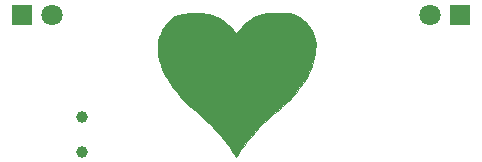
<source format=gbr>
G04 #@! TF.FileFunction,Soldermask,Top*
%FSLAX46Y46*%
G04 Gerber Fmt 4.6, Leading zero omitted, Abs format (unit mm)*
G04 Created by KiCad (PCBNEW 4.0.7) date 05/04/18 14:02:44*
%MOMM*%
%LPD*%
G01*
G04 APERTURE LIST*
%ADD10C,0.076200*%
%ADD11C,0.010000*%
%ADD12R,1.800000X1.800000*%
%ADD13C,1.800000*%
%ADD14C,1.000000*%
G04 APERTURE END LIST*
D10*
D11*
G36*
X139135287Y-78577664D02*
X139374340Y-78585290D01*
X139598648Y-78598255D01*
X139797332Y-78616546D01*
X139839700Y-78621689D01*
X140021803Y-78645868D01*
X140164331Y-78667560D01*
X140278230Y-78689573D01*
X140374448Y-78714717D01*
X140463930Y-78745800D01*
X140557626Y-78785633D01*
X140652500Y-78830272D01*
X140901081Y-78975977D01*
X141141048Y-79167138D01*
X141368533Y-79398636D01*
X141579669Y-79665347D01*
X141770586Y-79962153D01*
X141937417Y-80283931D01*
X142076293Y-80625560D01*
X142128727Y-80784700D01*
X142158878Y-80889380D01*
X142178860Y-80979330D01*
X142190600Y-81070327D01*
X142196024Y-81178147D01*
X142197059Y-81318570D01*
X142196955Y-81343500D01*
X142182554Y-81660883D01*
X142144213Y-82002712D01*
X142084639Y-82350184D01*
X142006542Y-82684495D01*
X142000734Y-82705889D01*
X141882888Y-83084604D01*
X141737962Y-83456021D01*
X141563128Y-83825099D01*
X141355556Y-84196795D01*
X141112421Y-84576068D01*
X140830893Y-84967873D01*
X140508145Y-85377171D01*
X140408652Y-85497198D01*
X140265740Y-85664894D01*
X140129801Y-85817241D01*
X139993761Y-85961121D01*
X139850547Y-86103415D01*
X139693083Y-86251003D01*
X139514295Y-86410765D01*
X139307109Y-86589583D01*
X139141200Y-86729941D01*
X138852565Y-86974098D01*
X138597294Y-87193418D01*
X138368553Y-87394123D01*
X138159507Y-87582437D01*
X137963324Y-87764582D01*
X137773167Y-87946781D01*
X137582203Y-88135257D01*
X137437699Y-88281060D01*
X137050571Y-88686949D01*
X136702941Y-89077944D01*
X136388782Y-89461693D01*
X136102066Y-89845844D01*
X135836767Y-90238047D01*
X135624023Y-90582750D01*
X135564397Y-90681169D01*
X135513490Y-90761007D01*
X135477063Y-90813502D01*
X135461420Y-90830130D01*
X135442699Y-90809394D01*
X135406088Y-90754154D01*
X135358077Y-90674472D01*
X135334459Y-90633280D01*
X135243948Y-90480621D01*
X135129845Y-90299815D01*
X135000060Y-90102569D01*
X134862506Y-89900589D01*
X134725092Y-89705580D01*
X134595730Y-89529248D01*
X134532150Y-89446100D01*
X134180314Y-89017018D01*
X133780554Y-88571688D01*
X133333024Y-88110267D01*
X132837879Y-87632911D01*
X132295273Y-87139775D01*
X131968421Y-86854791D01*
X131803949Y-86713477D01*
X131649153Y-86580640D01*
X131508861Y-86460413D01*
X131387901Y-86356924D01*
X131291101Y-86274305D01*
X131223289Y-86216686D01*
X131189764Y-86188581D01*
X131150777Y-86151374D01*
X131085425Y-86082976D01*
X131000462Y-85990713D01*
X130902643Y-85881913D01*
X130807458Y-85773917D01*
X130443550Y-85342364D01*
X130122637Y-84929280D01*
X129842485Y-84530006D01*
X129600859Y-84139879D01*
X129395527Y-83754239D01*
X129224254Y-83368425D01*
X129084806Y-82977777D01*
X128974949Y-82577633D01*
X128892450Y-82163333D01*
X128835075Y-81730215D01*
X128826383Y-81640539D01*
X128812533Y-81441663D01*
X128812343Y-81271707D01*
X128827850Y-81113841D01*
X128861090Y-80951235D01*
X128914102Y-80767061D01*
X128942743Y-80679256D01*
X129070595Y-80352256D01*
X129228675Y-80040696D01*
X129412628Y-79749728D01*
X129618101Y-79484506D01*
X129840739Y-79250181D01*
X130076187Y-79051907D01*
X130320092Y-78894834D01*
X130533910Y-78796404D01*
X130687523Y-78750800D01*
X130882913Y-78711224D01*
X131111372Y-78678060D01*
X131364191Y-78651691D01*
X131632663Y-78632498D01*
X131908080Y-78620866D01*
X132181732Y-78617176D01*
X132444912Y-78621812D01*
X132688912Y-78635157D01*
X132905024Y-78657593D01*
X133065058Y-78685126D01*
X133463551Y-78791749D01*
X133828501Y-78932665D01*
X134167058Y-79111757D01*
X134486374Y-79332911D01*
X134793598Y-79600012D01*
X134849306Y-79654400D01*
X134964538Y-79772539D01*
X135084844Y-79902183D01*
X135196665Y-80028355D01*
X135286439Y-80136077D01*
X135293507Y-80145034D01*
X135469069Y-80368968D01*
X135520784Y-80297668D01*
X135717111Y-80047460D01*
X135938440Y-79800852D01*
X136173934Y-79568487D01*
X136412755Y-79361006D01*
X136644062Y-79189054D01*
X136661957Y-79177125D01*
X137011718Y-78973066D01*
X137381254Y-78810916D01*
X137776564Y-78688351D01*
X138099497Y-78619972D01*
X138249137Y-78600749D01*
X138438412Y-78586918D01*
X138656446Y-78578467D01*
X138892363Y-78575386D01*
X139135287Y-78577664D01*
X139135287Y-78577664D01*
G37*
X139135287Y-78577664D02*
X139374340Y-78585290D01*
X139598648Y-78598255D01*
X139797332Y-78616546D01*
X139839700Y-78621689D01*
X140021803Y-78645868D01*
X140164331Y-78667560D01*
X140278230Y-78689573D01*
X140374448Y-78714717D01*
X140463930Y-78745800D01*
X140557626Y-78785633D01*
X140652500Y-78830272D01*
X140901081Y-78975977D01*
X141141048Y-79167138D01*
X141368533Y-79398636D01*
X141579669Y-79665347D01*
X141770586Y-79962153D01*
X141937417Y-80283931D01*
X142076293Y-80625560D01*
X142128727Y-80784700D01*
X142158878Y-80889380D01*
X142178860Y-80979330D01*
X142190600Y-81070327D01*
X142196024Y-81178147D01*
X142197059Y-81318570D01*
X142196955Y-81343500D01*
X142182554Y-81660883D01*
X142144213Y-82002712D01*
X142084639Y-82350184D01*
X142006542Y-82684495D01*
X142000734Y-82705889D01*
X141882888Y-83084604D01*
X141737962Y-83456021D01*
X141563128Y-83825099D01*
X141355556Y-84196795D01*
X141112421Y-84576068D01*
X140830893Y-84967873D01*
X140508145Y-85377171D01*
X140408652Y-85497198D01*
X140265740Y-85664894D01*
X140129801Y-85817241D01*
X139993761Y-85961121D01*
X139850547Y-86103415D01*
X139693083Y-86251003D01*
X139514295Y-86410765D01*
X139307109Y-86589583D01*
X139141200Y-86729941D01*
X138852565Y-86974098D01*
X138597294Y-87193418D01*
X138368553Y-87394123D01*
X138159507Y-87582437D01*
X137963324Y-87764582D01*
X137773167Y-87946781D01*
X137582203Y-88135257D01*
X137437699Y-88281060D01*
X137050571Y-88686949D01*
X136702941Y-89077944D01*
X136388782Y-89461693D01*
X136102066Y-89845844D01*
X135836767Y-90238047D01*
X135624023Y-90582750D01*
X135564397Y-90681169D01*
X135513490Y-90761007D01*
X135477063Y-90813502D01*
X135461420Y-90830130D01*
X135442699Y-90809394D01*
X135406088Y-90754154D01*
X135358077Y-90674472D01*
X135334459Y-90633280D01*
X135243948Y-90480621D01*
X135129845Y-90299815D01*
X135000060Y-90102569D01*
X134862506Y-89900589D01*
X134725092Y-89705580D01*
X134595730Y-89529248D01*
X134532150Y-89446100D01*
X134180314Y-89017018D01*
X133780554Y-88571688D01*
X133333024Y-88110267D01*
X132837879Y-87632911D01*
X132295273Y-87139775D01*
X131968421Y-86854791D01*
X131803949Y-86713477D01*
X131649153Y-86580640D01*
X131508861Y-86460413D01*
X131387901Y-86356924D01*
X131291101Y-86274305D01*
X131223289Y-86216686D01*
X131189764Y-86188581D01*
X131150777Y-86151374D01*
X131085425Y-86082976D01*
X131000462Y-85990713D01*
X130902643Y-85881913D01*
X130807458Y-85773917D01*
X130443550Y-85342364D01*
X130122637Y-84929280D01*
X129842485Y-84530006D01*
X129600859Y-84139879D01*
X129395527Y-83754239D01*
X129224254Y-83368425D01*
X129084806Y-82977777D01*
X128974949Y-82577633D01*
X128892450Y-82163333D01*
X128835075Y-81730215D01*
X128826383Y-81640539D01*
X128812533Y-81441663D01*
X128812343Y-81271707D01*
X128827850Y-81113841D01*
X128861090Y-80951235D01*
X128914102Y-80767061D01*
X128942743Y-80679256D01*
X129070595Y-80352256D01*
X129228675Y-80040696D01*
X129412628Y-79749728D01*
X129618101Y-79484506D01*
X129840739Y-79250181D01*
X130076187Y-79051907D01*
X130320092Y-78894834D01*
X130533910Y-78796404D01*
X130687523Y-78750800D01*
X130882913Y-78711224D01*
X131111372Y-78678060D01*
X131364191Y-78651691D01*
X131632663Y-78632498D01*
X131908080Y-78620866D01*
X132181732Y-78617176D01*
X132444912Y-78621812D01*
X132688912Y-78635157D01*
X132905024Y-78657593D01*
X133065058Y-78685126D01*
X133463551Y-78791749D01*
X133828501Y-78932665D01*
X134167058Y-79111757D01*
X134486374Y-79332911D01*
X134793598Y-79600012D01*
X134849306Y-79654400D01*
X134964538Y-79772539D01*
X135084844Y-79902183D01*
X135196665Y-80028355D01*
X135286439Y-80136077D01*
X135293507Y-80145034D01*
X135469069Y-80368968D01*
X135520784Y-80297668D01*
X135717111Y-80047460D01*
X135938440Y-79800852D01*
X136173934Y-79568487D01*
X136412755Y-79361006D01*
X136644062Y-79189054D01*
X136661957Y-79177125D01*
X137011718Y-78973066D01*
X137381254Y-78810916D01*
X137776564Y-78688351D01*
X138099497Y-78619972D01*
X138249137Y-78600749D01*
X138438412Y-78586918D01*
X138656446Y-78578467D01*
X138892363Y-78575386D01*
X139135287Y-78577664D01*
D12*
X154432003Y-78740000D03*
D13*
X151892003Y-78740000D03*
D12*
X117348000Y-78740000D03*
D13*
X119888000Y-78740000D03*
D14*
X122428000Y-90400000D03*
X122428000Y-87400000D03*
M02*

</source>
